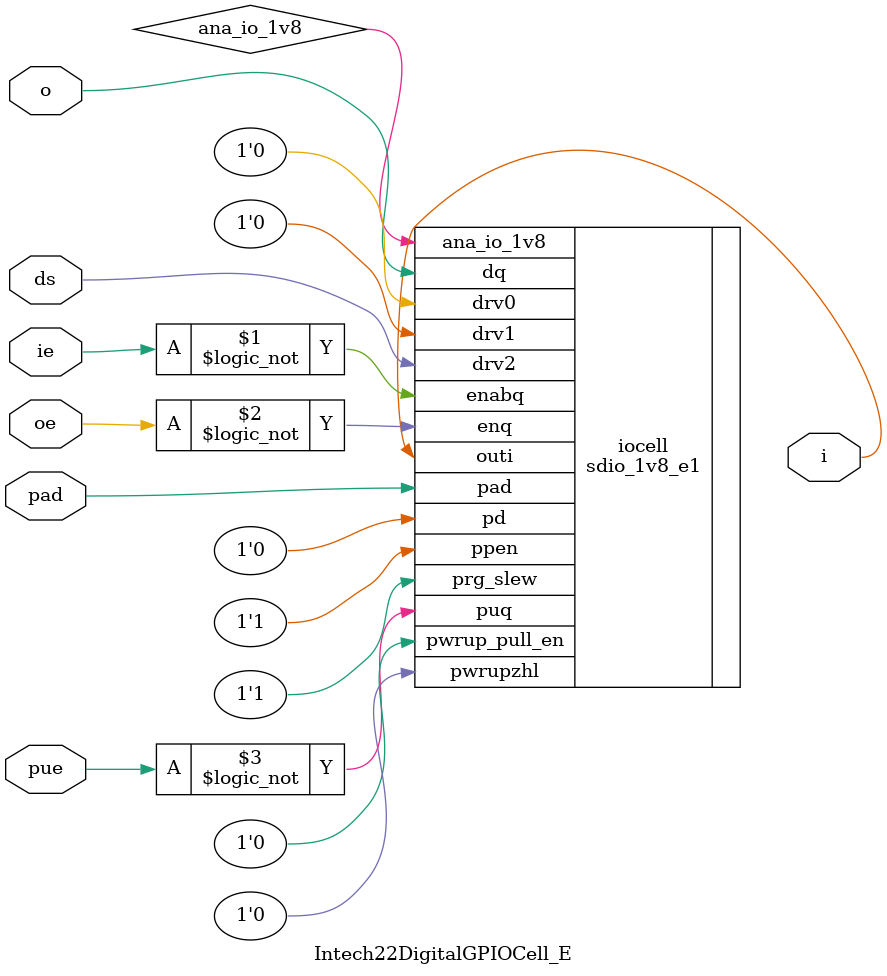
<source format=v>

module Intech22DigitalGPIOCell_E(
    inout pad,
    output i,
    input ie,
    input o,
    input oe,
    input ds,
    input pue);
  wire ana_io_1v8;
  sdio_1v8_e1 iocell(
    .outi(i),
    .ana_io_1v8(ana_io_1v8),
    .pad(pad),
    .dq(o),
    .drv0(1'b0),
    .drv1(1'b0),
    .drv2(ds),
    .enabq(!ie),
    .enq(!oe),
    .pd(1'b0),
    .ppen(1'b1),
    .prg_slew(1'b1),
    .puq(!pue),
    .pwrupzhl(1'b0),
    .pwrup_pull_en(1'b0));
endmodule

</source>
